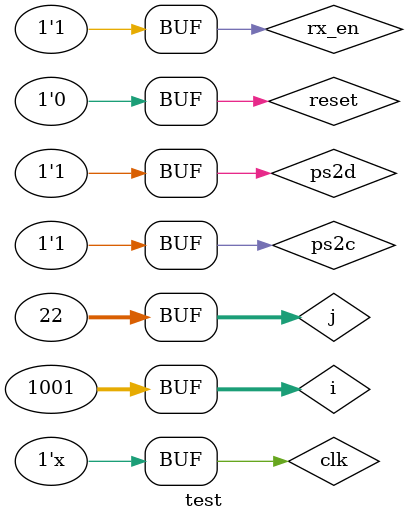
<source format=v>
`timescale 1ns / 1ps


module test;

	// Inputs
	reg clk;
	reg reset;
	reg ps2d;
	reg ps2c;
	reg rx_en;

	// Outputs
	wire rx_done_tick;
	wire [7:0] dout;

	integer i, j;

	// Instantiate the Unit Under Test (UUT)
	ps2_rx uut (
		.clk(clk), 
		.reset(reset), 
		.ps2d(ps2d), 
		.ps2c(ps2c), 
		.rx_en(rx_en), 
		.rx_done_tick(rx_done_tick), 
		.dout(dout)
	);

	initial begin
		// Initialize Inputs
		clk = 0;
		reset = 0;
		ps2d = 1;
		ps2c = 1;
		rx_en = 0;

		#100;		// Wait 100 ns for global reset to finish
		reset = 1;
		#20
		reset = 0;

		for (i = 0 ; i <= 1000 ; i = i+1)
		begin
			#2 clk = ~clk;
		end
		// Add stimulus here

	end
	
	initial begin
		#10
		rx_en = 1;
		#100
		for (j = 0 ; j <= 21 ; j = j+1)
		begin
			#50 ps2c = ~ps2c;
		end
	end

	initial begin
		#100
		ps2d = 1'b0; // start bit

		#100
		ps2d = 1'b0;

		#100
		ps2d = 1'b0;

		#100
		ps2d = 1'b1;

		#100
		ps2d = 1'b1;

		#100
		ps2d = 1'b1;

		#100
		ps2d = 1'b0;

		#100
		ps2d = 1'b0;

		#100
		ps2d = 1'b0;

		#100
		ps2d = 1'b0; // parity bit

		#100
		ps2d = 1'b1; // stop bit
	end
      
endmodule

</source>
